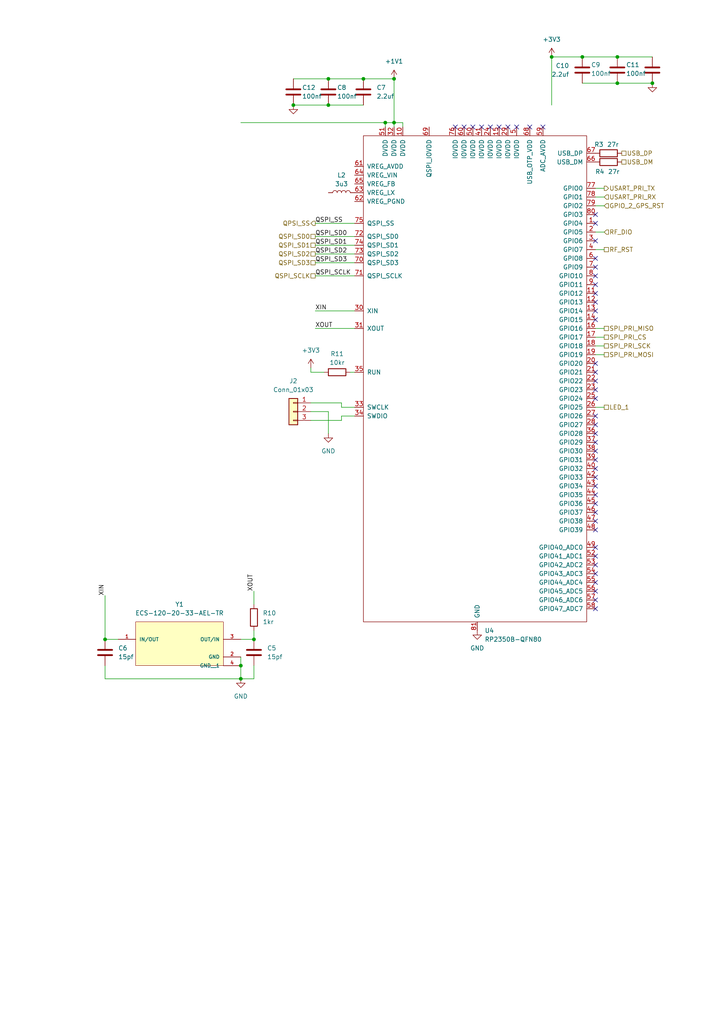
<source format=kicad_sch>
(kicad_sch (version 20250114) (generator "eeschema") (generator_version "9.0")
  (paper "A4" portrait)
  (lib_symbols
    (symbol "Connector_Generic:Conn_01x03" (pin_names (offset 1.016) (hide yes))
      (property "Reference" "J" (at 0 5.08 0))
      (property "Value" "Conn_01x03" (at 0 -5.08 0))
      (symbol "Conn_01x03_1_1"
        (rectangle (start -1.27 3.81) (end 1.27 -3.81) (stroke (width 0.254)) (fill (type background)))
        (rectangle (start -1.27 2.667) (end 0 2.413) (stroke (width 0.1524)))
        (rectangle (start -1.27 0.127) (end 0 -0.127) (stroke (width 0.1524)))
        (rectangle (start -1.27 -2.413) (end 0 -2.667) (stroke (width 0.1524)))
        (pin passive line (at -5.08 2.54 0) (length 3.81) (name "Pin_1") (number "1"))
        (pin passive line (at -5.08 0 0) (length 3.81) (name "Pin_2") (number "2"))
        (pin passive line (at -5.08 -2.54 0) (length 3.81) (name "Pin_3") (number "3"))
      )
    )
    (symbol "Device:C" (pin_numbers (hide yes)) (pin_names (offset 0.254))
      (property "Reference" "C" (at 0.635 2.54 0))
      (property "Value" "C" (at 0.635 -2.54 0))
      (symbol "C_0_1"
        (polyline (pts (xy -2.032 0.762) (xy 2.032 0.762)) (stroke (width 0.508)))
        (polyline (pts (xy -2.032 -0.762) (xy 2.032 -0.762)) (stroke (width 0.508)))
      )
      (symbol "C_1_1"
        (pin passive line (at 0 3.81 270) (length 2.794) (name "~") (number "1"))
        (pin passive line (at 0 -3.81 90) (length 2.794) (name "~") (number "2"))
      )
    )
    (symbol "Device:L" (pin_numbers (hide yes)) (pin_names (offset 1.016) (hide yes))
      (property "Reference" "L" (at -1.27 0 90))
      (property "Value" "L" (at 1.905 0 90))
      (symbol "L_0_1"
        (arc (start 0 2.54) (mid 0.6323 1.905) (end 0 1.27))
        (arc (start 0 1.27) (mid 0.6323 0.635) (end 0 0))
        (arc (start 0 0) (mid 0.6323 -0.635) (end 0 -1.27))
        (arc (start 0 -1.27) (mid 0.6323 -1.905) (end 0 -2.54))
      )
      (symbol "L_1_1"
        (pin passive line (at 0 3.81 270) (length 1.27) (name "1") (number "1"))
        (pin passive line (at 0 -3.81 90) (length 1.27) (name "2") (number "2"))
      )
    )
    (symbol "Device:R" (pin_numbers (hide yes)) (pin_names (offset 0))
      (property "Reference" "R" (at 2.032 0 90))
      (property "Value" "R" (at 0 0 90))
      (symbol "R_0_1"
        (rectangle (start -1.016 -2.54) (end 1.016 2.54) (stroke (width 0.254)))
      )
      (symbol "R_1_1"
        (pin passive line (at 0 3.81 270) (length 1.27) (name "~") (number "1"))
        (pin passive line (at 0 -3.81 90) (length 1.27) (name "~") (number "2"))
      )
    )
    (symbol "ECS-120-20-33-AEL-TR:ECS-120-20-33-AEL-TR" (pin_names (offset 1.016))
      (property "Reference" "Y" (at -12.7168 7.6301 0))
      (property "Value" "ECS-120-20-33-AEL-TR" (at -12.7149 -7.629 0))
      (symbol "ECS-120-20-33-AEL-TR_0_0"
        (rectangle (start -12.7 -5.08) (end 12.7 7.62) (stroke (width 0.127)) (fill (type background)))
        (pin bidirectional line (at -17.78 2.54 0) (length 5.08) (name "IN/OUT") (number "1"))
        (pin bidirectional line (at 17.78 2.54 180) (length 5.08) (name "OUT/IN") (number "3"))
        (pin power_in line (at 17.78 -2.54 180) (length 5.08) (name "GND") (number "2"))
        (pin power_in line (at 17.78 -5.08 180) (length 5.08) (name "GND__1") (number "4"))
      )
    )
    (symbol "RP2350:RP2350B-QFN80" (pin_names (offset 1.016))
      (property "Reference" "U" (at 0 -1.27 0))
      (property "Value" "RP2350B-QFN80" (at 0 1.27 0))
      (symbol "RP2350B-QFN80_0_1"
        (rectangle (start 31.75 66.04) (end -33.02 -74.93))
      )
      (symbol "RP2350B-QFN80_1_0"
        (pin passive line (at 0 -77.47 90) (length 2.54) (name "GND") (number "81"))
      )
      (symbol "RP2350B-QFN80_1_1"
        (pin power_in line (at -35.56 57.15 0) (length 2.54) (name "VREG_AVDD") (number "61"))
        (pin power_in line (at -35.56 54.61 0) (length 2.54) (name "VREG_VIN") (number "64"))
        (pin power_in line (at -35.56 52.07 0) (length 2.54) (name "VREG_FB") (number "65"))
        (pin power_out line (at -35.56 49.53 0) (length 2.54) (name "VREG_LX") (number "63"))
        (pin passive line (at -35.56 46.99 0) (length 2.54) (name "VREG_PGND") (number "62"))
        (pin bidirectional line (at -35.56 40.64 0) (length 2.54) (name "QSPI_SS") (number "75"))
        (pin bidirectional line (at -35.56 36.83 0) (length 2.54) (name "QSPI_SD0") (number "72"))
        (pin bidirectional line (at -35.56 34.29 0) (length 2.54) (name "QSPI_SD1") (number "74"))
        (pin bidirectional line (at -35.56 31.75 0) (length 2.54) (name "QSPI_SD2") (number "73"))
        (pin bidirectional line (at -35.56 29.21 0) (length 2.54) (name "QSPI_SD3") (number "70"))
        (pin bidirectional line (at -35.56 25.4 0) (length 2.54) (name "QSPI_SCLK") (number "71"))
        (pin input line (at -35.56 15.24 0) (length 2.54) (name "XIN") (number "30"))
        (pin output line (at -35.56 10.16 0) (length 2.54) (name "XOUT") (number "31"))
        (pin input line (at -35.56 -2.54 0) (length 2.54) (name "RUN") (number "35"))
        (pin bidirectional line (at -35.56 -12.7 0) (length 2.54) (name "SWCLK") (number "33"))
        (pin bidirectional line (at -35.56 -15.24 0) (length 2.54) (name "SWDIO") (number "34"))
        (pin power_in line (at -26.67 68.58 270) (length 2.54) (name "DVDD") (number "51"))
        (pin power_in line (at -24.13 68.58 270) (length 2.54) (name "DVDD") (number "32"))
        (pin power_in line (at -21.59 68.58 270) (length 2.54) (name "DVDD") (number "10"))
        (pin bidirectional line (at -13.97 68.58 270) (length 2.54) (name "QSPI_IOVDD") (number "69"))
        (pin power_in line (at -6.35 68.58 270) (length 2.54) (name "IOVDD") (number "76"))
        (pin power_in line (at -3.81 68.58 270) (length 2.54) (name "IOVDD") (number "60"))
        (pin power_in line (at -1.27 68.58 270) (length 2.54) (name "IOVDD") (number "50"))
        (pin power_in line (at 1.27 68.58 270) (length 2.54) (name "IOVDD") (number "41"))
        (pin power_in line (at 3.81 68.58 270) (length 2.54) (name "IOVDD") (number "24"))
        (pin power_in line (at 6.35 68.58 270) (length 2.54) (name "IOVDD") (number "15"))
        (pin power_in line (at 8.89 68.58 270) (length 2.54) (name "IOVDD") (number "29"))
        (pin power_in line (at 11.43 68.58 270) (length 2.54) (name "IOVDD") (number "5"))
        (pin power_in line (at 15.24 68.58 270) (length 2.54) (name "USB_OTP_VDD") (number "68"))
        (pin power_in line (at 19.05 68.58 270) (length 2.54) (name "ADC_AVDD") (number "59"))
        (pin bidirectional line (at 34.29 60.96 180) (length 2.54) (name "USB_DP") (number "67"))
        (pin bidirectional line (at 34.29 58.42 180) (length 2.54) (name "USB_DM") (number "66"))
        (pin bidirectional line (at 34.29 50.8 180) (length 2.54) (name "GPIO0") (number "77"))
        (pin bidirectional line (at 34.29 48.26 180) (length 2.54) (name "GPIO1") (number "78"))
        (pin bidirectional line (at 34.29 45.72 180) (length 2.54) (name "GPIO2") (number "79"))
        (pin bidirectional line (at 34.29 43.18 180) (length 2.54) (name "GPIO3") (number "80"))
        (pin bidirectional line (at 34.29 40.64 180) (length 2.54) (name "GPIO4") (number "1"))
        (pin bidirectional line (at 34.29 38.1 180) (length 2.54) (name "GPIO5") (number "2"))
        (pin bidirectional line (at 34.29 35.56 180) (length 2.54) (name "GPIO6") (number "3"))
        (pin bidirectional line (at 34.29 33.02 180) (length 2.54) (name "GPIO7") (number "4"))
        (pin bidirectional line (at 34.29 30.48 180) (length 2.54) (name "GPIO8") (number "6"))
        (pin bidirectional line (at 34.29 27.94 180) (length 2.54) (name "GPIO9") (number "7"))
        (pin bidirectional line (at 34.29 25.4 180) (length 2.54) (name "GPIO10") (number "8"))
        (pin bidirectional line (at 34.29 22.86 180) (length 2.54) (name "GPIO11") (number "9"))
        (pin bidirectional line (at 34.29 20.32 180) (length 2.54) (name "GPIO12") (number "11"))
        (pin bidirectional line (at 34.29 17.78 180) (length 2.54) (name "GPIO13") (number "12"))
        (pin bidirectional line (at 34.29 15.24 180) (length 2.54) (name "GPIO14") (number "13"))
        (pin bidirectional line (at 34.29 12.7 180) (length 2.54) (name "GPIO15") (number "14"))
        (pin bidirectional line (at 34.29 10.16 180) (length 2.54) (name "GPIO16") (number "16"))
        (pin bidirectional line (at 34.29 7.62 180) (length 2.54) (name "GPIO17") (number "17"))
        (pin bidirectional line (at 34.29 5.08 180) (length 2.54) (name "GPIO18") (number "18"))
        (pin bidirectional line (at 34.29 2.54 180) (length 2.54) (name "GPIO19") (number "19"))
        (pin bidirectional line (at 34.29 0 180) (length 2.54) (name "GPIO20") (number "20"))
        (pin bidirectional line (at 34.29 -2.54 180) (length 2.54) (name "GPIO21") (number "21"))
        (pin bidirectional line (at 34.29 -5.08 180) (length 2.54) (name "GPIO22") (number "22"))
        (pin bidirectional line (at 34.29 -7.62 180) (length 2.54) (name "GPIO23") (number "23"))
        (pin bidirectional line (at 34.29 -10.16 180) (length 2.54) (name "GPIO24") (number "25"))
        (pin bidirectional line (at 34.29 -12.7 180) (length 2.54) (name "GPIO25") (number "26"))
        (pin bidirectional line (at 34.29 -15.24 180) (length 2.54) (name "GPIO26") (number "27"))
        (pin bidirectional line (at 34.29 -17.78 180) (length 2.54) (name "GPIO27") (number "28"))
        (pin bidirectional line (at 34.29 -20.32 180) (length 2.54) (name "GPIO28") (number "36"))
        (pin bidirectional line (at 34.29 -22.86 180) (length 2.54) (name "GPIO29") (number "37"))
        (pin bidirectional line (at 34.29 -25.4 180) (length 2.54) (name "GPIO30") (number "38"))
        (pin bidirectional line (at 34.29 -27.94 180) (length 2.54) (name "GPIO31") (number "39"))
        (pin bidirectional line (at 34.29 -30.48 180) (length 2.54) (name "GPIO32") (number "40"))
        (pin bidirectional line (at 34.29 -33.02 180) (length 2.54) (name "GPIO33") (number "42"))
        (pin bidirectional line (at 34.29 -35.56 180) (length 2.54) (name "GPIO34") (number "43"))
        (pin bidirectional line (at 34.29 -38.1 180) (length 2.54) (name "GPIO35") (number "44"))
        (pin bidirectional line (at 34.29 -40.64 180) (length 2.54) (name "GPIO36") (number "45"))
        (pin bidirectional line (at 34.29 -43.18 180) (length 2.54) (name "GPIO37") (number "46"))
        (pin bidirectional line (at 34.29 -45.72 180) (length 2.54) (name "GPIO38") (number "47"))
        (pin bidirectional line (at 34.29 -48.26 180) (length 2.54) (name "GPIO39") (number "48"))
        (pin bidirectional line (at 34.29 -53.34 180) (length 2.54) (name "GPIO40_ADC0") (number "49"))
        (pin bidirectional line (at 34.29 -55.88 180) (length 2.54) (name "GPIO41_ADC1") (number "52"))
        (pin bidirectional line (at 34.29 -58.42 180) (length 2.54) (name "GPIO42_ADC2") (number "53"))
        (pin bidirectional line (at 34.29 -60.96 180) (length 2.54) (name "GPIO43_ADC3") (number "54"))
        (pin bidirectional line (at 34.29 -63.5 180) (length 2.54) (name "GPIO44_ADC4") (number "55"))
        (pin bidirectional line (at 34.29 -66.04 180) (length 2.54) (name "GPIO45_ADC5") (number "56"))
        (pin bidirectional line (at 34.29 -68.58 180) (length 2.54) (name "GPIO46_ADC6") (number "57"))
        (pin bidirectional line (at 34.29 -71.12 180) (length 2.54) (name "GPIO47_ADC7") (number "58"))
      )
    )
    (symbol "power:+1V1" (power) (pin_numbers (hide yes)) (pin_names (offset 0) (hide yes))
      (property "Value" "+1V1" (at 0 3.556 0))
      (symbol "+1V1_0_1"
        (polyline (pts (xy -0.762 1.27) (xy 0 2.54)))
        (polyline (pts (xy 0 2.54) (xy 0.762 1.27)))
        (polyline (pts (xy 0 0) (xy 0 2.54)))
      )
      (symbol "+1V1_1_1"
        (pin power_in line (at 0 0 90) (length 0) (name "~") (number "1"))
      )
    )
    (symbol "power:+3V3" (power) (pin_numbers (hide yes)) (pin_names (offset 0) (hide yes))
      (property "Value" "+3V3" (at 0 3.556 0))
      (symbol "+3V3_0_1"
        (polyline (pts (xy -0.762 1.27) (xy 0 2.54)))
        (polyline (pts (xy 0 2.54) (xy 0.762 1.27)))
        (polyline (pts (xy 0 0) (xy 0 2.54)))
      )
      (symbol "+3V3_1_1"
        (pin power_in line (at 0 0 90) (length 0) (name "~") (number "1"))
      )
    )
    (symbol "power:GND" (power) (pin_numbers (hide yes)) (pin_names (offset 0) (hide yes))
      (property "Value" "GND" (at 0 -3.81 0))
      (symbol "GND_0_1"
        (polyline (pts (xy 0 0) (xy 0 -1.27) (xy 1.27 -1.27) (xy 0 -2.54) (xy -1.27 -1.27) (xy 0 -1.27)))
      )
      (symbol "GND_1_1"
        (pin power_in line (at 0 0 270) (length 0) (name "~") (number "1"))
      )
    )
  )
  (junction (at 73.66 185.42))
  (junction (at 69.85 196.85))
  (junction (at 114.3 35.56))
  (junction (at 85.09 30.48))
  (junction (at 69.85 193.04))
  (junction (at 30.48 185.42))
  (junction (at 114.3 22.86))
  (junction (at 168.91 16.51))
  (junction (at 95.25 22.86))
  (junction (at 95.25 30.48))
  (junction (at 111.76 35.56))
  (junction (at 179.07 24.13))
  (junction (at 105.41 22.86))
  (junction (at 179.07 16.51))
  (junction (at 189.23 24.13))
  (junction (at 160.02 16.51))
  (no_connect (at 172.72 115.57))
  (no_connect (at 172.72 168.91))
  (no_connect (at 172.72 74.93))
  (no_connect (at 172.72 148.59))
  (no_connect (at 172.72 123.19))
  (no_connect (at 172.72 87.63))
  (no_connect (at 172.72 171.45))
  (no_connect (at 172.72 146.05))
  (no_connect (at 172.72 80.01))
  (no_connect (at 172.72 125.73))
  (no_connect (at 172.72 110.49))
  (no_connect (at 172.72 128.27))
  (no_connect (at 132.08 36.83))
  (no_connect (at 153.67 36.83))
  (no_connect (at 172.72 138.43))
  (no_connect (at 172.72 133.35))
  (no_connect (at 172.72 69.85))
  (no_connect (at 137.16 36.83))
  (no_connect (at 142.24 36.83))
  (no_connect (at 172.72 151.13))
  (no_connect (at 172.72 135.89))
  (no_connect (at 172.72 113.03))
  (no_connect (at 139.7 36.83))
  (no_connect (at 172.72 82.55))
  (no_connect (at 172.72 120.65))
  (no_connect (at 144.78 36.83))
  (no_connect (at 172.72 158.75))
  (no_connect (at 172.72 153.67))
  (no_connect (at 172.72 130.81))
  (no_connect (at 172.72 85.09))
  (no_connect (at 172.72 64.77))
  (no_connect (at 172.72 140.97))
  (no_connect (at 172.72 77.47))
  (no_connect (at 134.62 36.83))
  (no_connect (at 172.72 107.95))
  (no_connect (at 157.48 36.83))
  (no_connect (at 172.72 163.83))
  (no_connect (at 172.72 90.17))
  (no_connect (at 149.86 36.83))
  (no_connect (at 172.72 105.41))
  (no_connect (at 172.72 161.29))
  (no_connect (at 172.72 62.23))
  (no_connect (at 147.32 36.83))
  (no_connect (at 172.72 143.51))
  (no_connect (at 172.72 173.99))
  (no_connect (at 172.72 176.53))
  (no_connect (at 172.72 92.71))
  (no_connect (at 172.72 166.37))
  (wire (pts (xy 95.25 119.38) (xy 95.25 125.73)))
  (wire (pts (xy 91.44 71.12) (xy 102.87 71.12)))
  (wire (pts (xy 99.06 118.11) (xy 99.06 116.84)))
  (wire (pts (xy 175.26 57.15) (xy 172.72 57.15)))
  (wire (pts (xy 30.48 185.42) (xy 34.29 185.42)))
  (wire (pts (xy 69.85 190.5) (xy 69.85 193.04)))
  (wire (pts (xy 69.85 196.85) (xy 73.66 196.85)))
  (wire (pts (xy 179.07 16.51) (xy 168.91 16.51)))
  (wire (pts (xy 168.91 24.13) (xy 179.07 24.13)))
  (wire (pts (xy 116.84 36.83) (xy 116.84 35.56)))
  (wire (pts (xy 111.76 36.83) (xy 111.76 35.56)))
  (wire (pts (xy 175.26 72.39) (xy 172.72 72.39)))
  (wire (pts (xy 30.48 196.85) (xy 30.48 193.04)))
  (wire (pts (xy 175.26 54.61) (xy 172.72 54.61)))
  (wire (pts (xy 30.48 172.72) (xy 30.48 185.42)))
  (wire (pts (xy 101.6 107.95) (xy 102.87 107.95)))
  (wire (pts (xy 189.23 24.13) (xy 179.07 24.13)))
  (wire (pts (xy 95.25 30.48) (xy 105.41 30.48)))
  (wire (pts (xy 85.09 30.48) (xy 95.25 30.48)))
  (wire (pts (xy 175.26 97.79) (xy 172.72 97.79)))
  (wire (pts (xy 168.91 16.51) (xy 160.02 16.51)))
  (wire (pts (xy 91.44 73.66) (xy 102.87 73.66)))
  (wire (pts (xy 90.17 121.92) (xy 99.06 121.92)))
  (wire (pts (xy 179.07 16.51) (xy 189.23 16.51)))
  (wire (pts (xy 90.17 116.84) (xy 99.06 116.84)))
  (wire (pts (xy 111.76 35.56) (xy 114.3 35.56)))
  (wire (pts (xy 175.26 95.25) (xy 172.72 95.25)))
  (wire (pts (xy 105.41 22.86) (xy 114.3 22.86)))
  (wire (pts (xy 175.26 59.69) (xy 172.72 59.69)))
  (wire (pts (xy 73.66 196.85) (xy 73.66 193.04)))
  (wire (pts (xy 91.44 80.01) (xy 102.87 80.01)))
  (wire (pts (xy 99.06 120.65) (xy 102.87 120.65)))
  (wire (pts (xy 73.66 182.88) (xy 73.66 185.42)))
  (wire (pts (xy 99.06 118.11) (xy 102.87 118.11)))
  (wire (pts (xy 99.06 120.65) (xy 99.06 121.92)))
  (wire (pts (xy 93.98 107.95) (xy 90.17 107.95)))
  (wire (pts (xy 175.26 118.11) (xy 172.72 118.11)))
  (wire (pts (xy 91.44 95.25) (xy 102.87 95.25)))
  (wire (pts (xy 111.76 35.56) (xy 69.85 35.56)))
  (wire (pts (xy 90.17 106.68) (xy 90.17 107.95)))
  (wire (pts (xy 91.44 90.17) (xy 102.87 90.17)))
  (wire (pts (xy 175.26 100.33) (xy 172.72 100.33)))
  (wire (pts (xy 73.66 171.45) (xy 73.66 175.26)))
  (wire (pts (xy 91.44 64.77) (xy 102.87 64.77)))
  (wire (pts (xy 175.26 102.87) (xy 172.72 102.87)))
  (wire (pts (xy 91.44 68.58) (xy 102.87 68.58)))
  (wire (pts (xy 69.85 185.42) (xy 73.66 185.42)))
  (wire (pts (xy 114.3 22.86) (xy 114.3 35.56)))
  (wire (pts (xy 114.3 35.56) (xy 116.84 35.56)))
  (wire (pts (xy 160.02 16.51) (xy 160.02 30.48)))
  (wire (pts (xy 91.44 76.2) (xy 102.87 76.2)))
  (wire (pts (xy 114.3 35.56) (xy 114.3 36.83)))
  (wire (pts (xy 90.17 119.38) (xy 95.25 119.38)))
  (wire (pts (xy 85.09 22.86) (xy 95.25 22.86)))
  (wire (pts (xy 95.25 22.86) (xy 105.41 22.86)))
  (wire (pts (xy 69.85 193.04) (xy 69.85 196.85)))
  (wire (pts (xy 69.85 196.85) (xy 30.48 196.85)))
  (wire (pts (xy 175.26 67.31) (xy 172.72 67.31)))
  (label "XOUT" (at 91.44 95.25 0))
  (label "XIN" (at 30.48 172.72 90))
  (label "QSPI_SD2" (at 91.44 73.66 0))
  (label "QSPI_SS" (at 91.44 64.77 0))
  (label "XOUT" (at 73.66 171.45 90))
  (label "QSPI_SCLK" (at 91.44 80.01 0))
  (label "XIN" (at 91.44 90.17 0))
  (label "QSPI_SD0" (at 91.44 68.58 0))
  (label "QSPI_SD3" (at 91.44 76.2 0))
  (label "QSPI_SD1" (at 91.44 71.12 0))
  (hierarchical_label "SPI_PRI_MISO" (shape passive) (at 175.26 95.25 0))
  (hierarchical_label "LED_1" (shape passive) (at 175.26 118.11 0))
  (hierarchical_label "USB_DP" (shape passive) (at 180.34 44.45 0))
  (hierarchical_label "SPI_PRI_SCK" (shape passive) (at 175.26 100.33 0))
  (hierarchical_label "SPI_PRI_CS" (shape passive) (at 175.26 97.79 0))
  (hierarchical_label "QSPI_SD3" (shape passive) (at 91.44 76.2 180))
  (hierarchical_label "QSPI_SD2" (shape passive) (at 91.44 73.66 180))
  (hierarchical_label "RF_RST" (shape passive) (at 175.26 72.39 0))
  (hierarchical_label "USART_PRI_RX" (shape input) (at 175.26 57.15 0))
  (hierarchical_label "USB_DM" (shape passive) (at 180.34 46.99 0))
  (hierarchical_label "RF_DIO" (shape input) (at 175.26 67.31 0))
  (hierarchical_label "GPIO_2_GPS_RST" (shape input) (at 175.26 59.69 0))
  (hierarchical_label "QPSI_SS" (shape output) (at 91.44 64.77 180))
  (hierarchical_label "QSPI_SCLK" (shape passive) (at 91.44 80.01 180))
  (hierarchical_label "USART_PRI_TX" (shape output) (at 175.26 54.61 0))
  (hierarchical_label "QSPI_SD0" (shape passive) (at 91.44 68.58 180))
  (hierarchical_label "QSPI_SD1" (shape passive) (at 91.44 71.12 180))
  (hierarchical_label "SPI_PRI_MOSI" (shape passive) (at 175.26 102.87 0))
  (symbol (lib_id "Device:R") (at 97.79 107.95 90) (unit 1)
    (property "Reference" "R11" (at 97.79 102.616 90))
    (property "Value" "10kr" (at 97.79 105.156 90))
    (property "Description" "Resistor" (effects (hide yes)))
  )
  (symbol (lib_id "Connector_Generic:Conn_01x03") (at 85.09 119.38 0) (mirror y) (unit 1)
    (property "Reference" "J2" (at 85.09 110.49 0))
    (property "Value" "Conn_01x03" (at 85.09 113.03 0))
    (property "Footprint" "Connector_PinHeader_2.00mm:PinHeader_1x03_P2.00mm_Vertical" (effects (hide yes)))
    (property "Description" "Generic connector, single row, 01x03, script generated (kicad-library-utils/schlib/autogen/connector/)" (effects (hide yes)))
  )
  (symbol (lib_id "power:GND") (at 138.43 182.88 0) (unit 1)
    (property "Reference" "#PWR028" (effects (hide yes)))
    (property "Value" "GND" (at 138.43 187.96 0))
    (property "Description" "Power symbol creates a global label with name \"GND\" , ground" (effects (hide yes)))
  )
  (symbol (lib_id "Device:C") (at 105.41 26.67 0) (unit 1)
    (property "Reference" "C7" (at 109.22 25.3999 0) (effects (justify left)))
    (property "Value" "2.2uf" (at 109.22 27.9399 0) (effects (justify left)))
    (property "Footprint" "Capacitor_SMD:C_0402_1005Metric" (effects (hide yes)))
    (property "Description" "Unpolarized capacitor" (effects (hide yes)))
    (property "DESCRIPTION" "CL10A225KQ8NNWC" (effects (hide yes)))
  )
  (symbol (lib_id "power:+3V3") (at 160.02 16.51 0) (unit 1)
    (property "Reference" "#PWR020" (effects (hide yes)))
    (property "Value" "+3V3" (at 160.02 11.43 0))
    (property "Description" "Power symbol creates a global label with name \"+3V3\"" (effects (hide yes)))
  )
  (symbol (lib_id "power:+3V3") (at 90.17 106.68 0) (unit 1)
    (property "Reference" "#PWR010" (effects (hide yes)))
    (property "Value" "+3V3" (at 90.17 101.6 0))
    (property "Description" "Power symbol creates a global label with name \"+3V3\"" (effects (hide yes)))
  )
  (symbol (lib_id "power:GND") (at 189.23 24.13 0) (mirror y) (unit 1)
    (property "Reference" "#PWR019" (effects (hide yes)))
    (property "Value" "GND" (effects (hide yes)))
    (property "Description" "Power symbol creates a global label with name \"GND\" , ground" (effects (hide yes)))
  )
  (symbol (lib_id "Device:C") (at 179.07 20.32 0) (mirror y) (unit 1)
    (property "Reference" "C9" (at 171.45 18.796 0) (effects (justify right)))
    (property "Value" "100nf" (at 171.45 21.336 0) (effects (justify right)))
    (property "Footprint" "Capacitor_SMD:C_0402_1005Metric" (effects (hide yes)))
    (property "Description" "Unpolarized capacitor" (effects (hide yes)))
    (property "DESCRIPTION" "CL10B104KO8NNNC" (effects (hide yes)))
  )
  (symbol (lib_id "power:GND") (at 69.85 196.85 0) (unit 1)
    (property "Reference" "#PWR013" (effects (hide yes)))
    (property "Value" "GND" (at 69.85 201.93 0))
    (property "Description" "Power symbol creates a global label with name \"GND\" , ground" (effects (hide yes)))
  )
  (symbol (lib_id "Device:C") (at 168.91 20.32 0) (mirror y) (unit 1)
    (property "Reference" "C10" (at 165.1 19.0499 0) (effects (justify left)))
    (property "Value" "2.2uf" (at 165.1 21.5899 0) (effects (justify left)))
    (property "Footprint" "Capacitor_SMD:C_0402_1005Metric" (effects (hide yes)))
    (property "Description" "Unpolarized capacitor" (effects (hide yes)))
    (property "DESCRIPTION" "CL10A225KQ8NNWC" (effects (hide yes)))
  )
  (symbol (lib_id "Device:C") (at 85.09 26.67 0) (unit 1)
    (property "Reference" "C12" (at 87.63 25.4 0) (effects (justify left)))
    (property "Value" "100nf" (at 87.63 27.94 0) (effects (justify left)))
    (property "Footprint" "Capacitor_SMD:C_0402_1005Metric" (effects (hide yes)))
    (property "Description" "Unpolarized capacitor" (effects (hide yes)))
    (property "DESCRIPTION" "CL10B104KO8NNNC" (effects (hide yes)))
  )
  (symbol (lib_id "Device:L") (at 99.06 55.88 90) (unit 1)
    (property "Reference" "L2" (at 99.06 50.8 90))
    (property "Value" "3u3" (at 99.06 53.34 90))
    (property "Description" "Inductor" (effects (hide yes)))
  )
  (symbol (lib_id "Device:C") (at 73.66 189.23 0) (unit 1)
    (property "Reference" "C5" (at 77.47 187.9599 0) (effects (justify left)))
    (property "Value" "15pf" (at 77.47 190.4999 0) (effects (justify left)))
    (property "Footprint" "Capacitor_SMD:C_0402_1005Metric" (effects (hide yes)))
    (property "Description" "Unpolarized capacitor" (effects (hide yes)))
    (property "DESCRIPTION" "CL10C150JB81PNC" (effects (hide yes)))
  )
  (symbol (lib_id "Device:R") (at 176.53 46.99 270) (mirror x) (unit 1)
    (property "Reference" "R4" (at 173.99 49.784 90))
    (property "Value" "27r" (at 178.054 49.784 90))
    (property "Footprint" "Resistor_SMD:R_0402_1005Metric" (effects (hide yes)))
    (property "Description" "Resistor" (effects (hide yes)))
    (property "DESCRIPTION" "ERJ-3EKF27R0V" (effects (hide yes)))
  )
  (symbol (lib_id "RP2350:RP2350B-QFN80") (at 138.43 105.41 0) (unit 1)
    (property "Reference" "U4" (at 140.5733 182.88 0) (effects (justify left)))
    (property "Value" "RP2350B-QFN80" (at 140.5733 185.42 0) (effects (justify left)))
  )
  (symbol (lib_id "Device:C") (at 95.25 26.67 0) (unit 1)
    (property "Reference" "C8" (at 97.79 25.4 0) (effects (justify left)))
    (property "Value" "100nf" (at 97.79 27.94 0) (effects (justify left)))
    (property "Footprint" "Capacitor_SMD:C_0402_1005Metric" (effects (hide yes)))
    (property "Description" "Unpolarized capacitor" (effects (hide yes)))
    (property "DESCRIPTION" "CL10B104KO8NNNC" (effects (hide yes)))
  )
  (symbol (lib_id "Device:R") (at 73.66 179.07 0) (unit 1)
    (property "Reference" "R10" (at 76.2 177.7999 0) (effects (justify left)))
    (property "Value" "1kr" (at 76.2 180.3399 0) (effects (justify left)))
    (property "Footprint" "Resistor_SMD:R_0402_1005Metric" (effects (hide yes)))
    (property "Description" "Resistor" (effects (hide yes)))
    (property "DESCRIPTION" "ERJ-3EKF1001V" (effects (hide yes)))
  )
  (symbol (lib_id "power:+1V1") (at 114.3 22.86 0) (unit 1)
    (property "Reference" "#PWR016" (effects (hide yes)))
    (property "Value" "+1V1" (at 114.3 17.78 0))
    (property "Description" "Power symbol creates a global label with name \"+1V1\"" (effects (hide yes)))
  )
  (symbol (lib_id "Device:C") (at 189.23 20.32 0) (mirror y) (unit 1)
    (property "Reference" "C11" (at 181.61 18.796 0) (effects (justify right)))
    (property "Value" "100nf" (at 181.61 21.336 0) (effects (justify right)))
    (property "Footprint" "Capacitor_SMD:C_0402_1005Metric" (effects (hide yes)))
    (property "Description" "Unpolarized capacitor" (effects (hide yes)))
    (property "DESCRIPTION" "CL10B104KO8NNNC" (effects (hide yes)))
  )
  (symbol (lib_id "power:GND") (at 95.25 125.73 0) (unit 1)
    (property "Reference" "#PWR029" (effects (hide yes)))
    (property "Value" "GND" (at 95.25 130.81 0))
    (property "Description" "Power symbol creates a global label with name \"GND\" , ground" (effects (hide yes)))
  )
  (symbol (lib_id "ECS-120-20-33-AEL-TR:ECS-120-20-33-AEL-TR") (at 52.07 187.96 0) (unit 1)
    (property "Reference" "Y1" (at 52.07 175.26 0))
    (property "Value" "ECS-120-20-33-AEL-TR" (at 52.07 177.8 0))
    (property "Footprint" "Kestral:XTAL_ECS-120-20-33-AEL-TR" (effects (hide yes)))
    (property "DESCRIPTION" "ECS-120-20-33-AEL-TR" (effects (hide yes)))
  )
  (symbol (lib_id "Device:C") (at 30.48 189.23 0) (unit 1)
    (property "Reference" "C6" (at 34.29 187.9599 0) (effects (justify left)))
    (property "Value" "15pf" (at 34.29 190.4999 0) (effects (justify left)))
    (property "Footprint" "Capacitor_SMD:C_0402_1005Metric" (effects (hide yes)))
    (property "Description" "Unpolarized capacitor" (effects (hide yes)))
    (property "DESCRIPTION" "CL10C150JB81PNC" (effects (hide yes)))
  )
  (symbol (lib_id "Device:R") (at 176.53 44.45 270) (mirror x) (unit 1)
    (property "Reference" "R3" (at 173.736 41.91 90))
    (property "Value" "27r" (at 177.8 41.91 90))
    (property "Footprint" "Resistor_SMD:R_0402_1005Metric" (effects (hide yes)))
    (property "Description" "Resistor" (effects (hide yes)))
    (property "DESCRIPTION" "ERJ-3EKF27R0V" (effects (hide yes)))
  )
  (symbol (lib_id "power:GND") (at 85.09 30.48 0) (unit 1)
    (property "Reference" "#PWR018" (effects (hide yes)))
    (property "Value" "GND" (effects (hide yes)))
    (property "Description" "Power symbol creates a global label with name \"GND\" , ground" (effects (hide yes)))
  )
)
</source>
